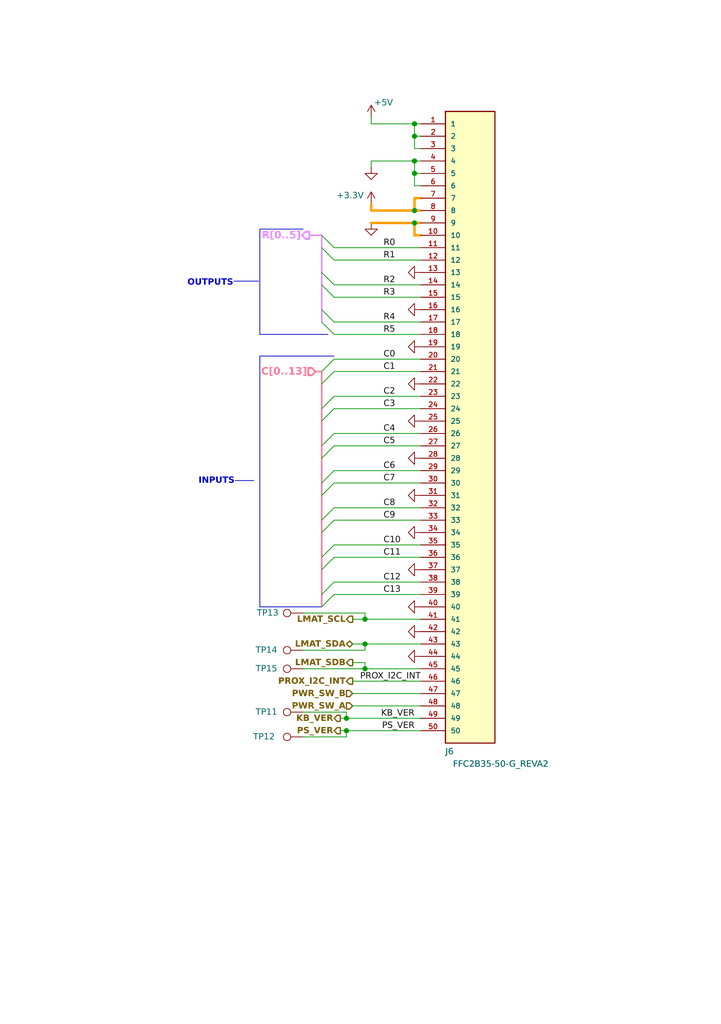
<source format=kicad_sch>
(kicad_sch (version 20231120) (generator "eeschema") (generator_version "8.0")
  (paper "A5" portrait)
  (title_block (date "2025-02-08") (rev "2") (company "Yolk Workshop") (comment 1 "Designed By K Mumba") (comment 2 "Conceptualised and Design in Zambia"))
  (lib_symbols
    (symbol "Connector:TestPoint" (pin_numbers hide) (pin_names (offset 0.762) hide)
      (property "Reference" "TP" (at 0 6.858 0))
      (property "Value" "TestPoint" (at 0 5.08 0))
      (symbol "TestPoint_0_1"
        (circle (center 0 3.302) (radius 0.762))
      )
      (symbol "TestPoint_1_1"
        (pin passive line (at 0 0 90) (length 2.54) (name "1") (number "1"))
      )
    )
    (symbol "FFC2B35-50-G_REVA2:FFC2B35-50-G_REVA2" (pin_names (offset 1.016))
      (property "Reference" "J" (at -5.08 67.31 0))
      (property "Value" "FFC2B35-50-G_REVA2" (at -5.08 -66.04 0))
      (symbol "FFC2B35-50-G_REVA2_0_0"
        (rectangle (start -5.08 -63.5) (end 5.08 66.04) (stroke (width 0.254)) (fill (type background)))
        (pin passive line (at -10.16 63.5 0) (length 5.08) (name "1") (number "1"))
        (pin passive line (at -10.16 40.64 0) (length 5.08) (name "10") (number "10"))
        (pin passive line (at -10.16 38.1 0) (length 5.08) (name "11") (number "11"))
        (pin passive line (at -10.16 35.56 0) (length 5.08) (name "12") (number "12"))
        (pin passive line (at -10.16 33.02 0) (length 5.08) (name "13") (number "13"))
        (pin passive line (at -10.16 30.48 0) (length 5.08) (name "14") (number "14"))
        (pin passive line (at -10.16 27.94 0) (length 5.08) (name "15") (number "15"))
        (pin passive line (at -10.16 25.4 0) (length 5.08) (name "16") (number "16"))
        (pin passive line (at -10.16 22.86 0) (length 5.08) (name "17") (number "17"))
        (pin passive line (at -10.16 20.32 0) (length 5.08) (name "18") (number "18"))
        (pin passive line (at -10.16 17.78 0) (length 5.08) (name "19") (number "19"))
        (pin passive line (at -10.16 60.96 0) (length 5.08) (name "2") (number "2"))
        (pin passive line (at -10.16 15.24 0) (length 5.08) (name "20") (number "20"))
        (pin passive line (at -10.16 12.7 0) (length 5.08) (name "21") (number "21"))
        (pin passive line (at -10.16 10.16 0) (length 5.08) (name "22") (number "22"))
        (pin passive line (at -10.16 7.62 0) (length 5.08) (name "23") (number "23"))
        (pin passive line (at -10.16 5.08 0) (length 5.08) (name "24") (number "24"))
        (pin passive line (at -10.16 2.54 0) (length 5.08) (name "25") (number "25"))
        (pin passive line (at -10.16 0 0) (length 5.08) (name "26") (number "26"))
        (pin passive line (at -10.16 -2.54 0) (length 5.08) (name "27") (number "27"))
        (pin passive line (at -10.16 -5.08 0) (length 5.08) (name "28") (number "28"))
        (pin passive line (at -10.16 -7.62 0) (length 5.08) (name "29") (number "29"))
        (pin passive line (at -10.16 58.42 0) (length 5.08) (name "3") (number "3"))
        (pin passive line (at -10.16 -10.16 0) (length 5.08) (name "30") (number "30"))
        (pin passive line (at -10.16 -12.7 0) (length 5.08) (name "31") (number "31"))
        (pin passive line (at -10.16 -15.24 0) (length 5.08) (name "32") (number "32"))
        (pin passive line (at -10.16 -17.78 0) (length 5.08) (name "33") (number "33"))
        (pin passive line (at -10.16 -20.32 0) (length 5.08) (name "34") (number "34"))
        (pin passive line (at -10.16 -22.86 0) (length 5.08) (name "35") (number "35"))
        (pin passive line (at -10.16 -25.4 0) (length 5.08) (name "36") (number "36"))
        (pin passive line (at -10.16 -27.94 0) (length 5.08) (name "37") (number "37"))
        (pin passive line (at -10.16 -30.48 0) (length 5.08) (name "38") (number "38"))
        (pin passive line (at -10.16 -33.02 0) (length 5.08) (name "39") (number "39"))
        (pin passive line (at -10.16 55.88 0) (length 5.08) (name "4") (number "4"))
        (pin passive line (at -10.16 -35.56 0) (length 5.08) (name "40") (number "40"))
        (pin passive line (at -10.16 -38.1 0) (length 5.08) (name "41") (number "41"))
        (pin passive line (at -10.16 -40.64 0) (length 5.08) (name "42") (number "42"))
        (pin passive line (at -10.16 -43.18 0) (length 5.08) (name "43") (number "43"))
        (pin passive line (at -10.16 -45.72 0) (length 5.08) (name "44") (number "44"))
        (pin passive line (at -10.16 -48.26 0) (length 5.08) (name "45") (number "45"))
        (pin passive line (at -10.16 -50.8 0) (length 5.08) (name "46") (number "46"))
        (pin passive line (at -10.16 -53.34 0) (length 5.08) (name "47") (number "47"))
        (pin passive line (at -10.16 -55.88 0) (length 5.08) (name "48") (number "48"))
        (pin passive line (at -10.16 -58.42 0) (length 5.08) (name "49") (number "49"))
        (pin passive line (at -10.16 53.34 0) (length 5.08) (name "5") (number "5"))
        (pin passive line (at -10.16 -60.96 0) (length 5.08) (name "50") (number "50"))
        (pin passive line (at -10.16 50.8 0) (length 5.08) (name "6") (number "6"))
        (pin passive line (at -10.16 48.26 0) (length 5.08) (name "7") (number "7"))
        (pin passive line (at -10.16 45.72 0) (length 5.08) (name "8") (number "8"))
        (pin passive line (at -10.16 43.18 0) (length 5.08) (name "9") (number "9"))
      )
    )
    (symbol "power:+3.3V" (power) (pin_numbers hide) (pin_names (offset 0) hide)
      (property "Value" "+3.3V" (at 0 3.556 0))
      (symbol "+3.3V_0_1"
        (polyline (pts (xy -0.762 1.27) (xy 0 2.54)))
        (polyline (pts (xy 0 0) (xy 0 2.54)))
        (polyline (pts (xy 0 2.54) (xy 0.762 1.27)))
      )
      (symbol "+3.3V_1_1"
        (pin power_in line (at 0 0 90) (length 0) (name "~") (number "1"))
      )
    )
    (symbol "power:+5V" (power) (pin_numbers hide) (pin_names (offset 0) hide)
      (property "Value" "+5V" (at 0 3.556 0))
      (symbol "+5V_0_1"
        (polyline (pts (xy -0.762 1.27) (xy 0 2.54)))
        (polyline (pts (xy 0 0) (xy 0 2.54)))
        (polyline (pts (xy 0 2.54) (xy 0.762 1.27)))
      )
      (symbol "+5V_1_1"
        (pin power_in line (at 0 0 90) (length 0) (name "~") (number "1"))
      )
    )
    (symbol "power:GND" (power) (pin_numbers hide) (pin_names (offset 0) hide)
      (property "Value" "GND" (at 0 -3.81 0))
      (symbol "GND_0_1"
        (polyline (pts (xy 0 0) (xy 0 -1.27) (xy 1.27 -1.27) (xy 0 -2.54) (xy -1.27 -1.27) (xy 0 -1.27)))
      )
      (symbol "GND_1_1"
        (pin power_in line (at 0 0 270) (length 0) (name "~") (number "1"))
      )
    )
  )
  (junction (at 85.09 45.72))
  (junction (at 85.09 33.02))
  (junction (at 85.09 35.56))
  (junction (at 85.09 43.18))
  (junction (at 74.93 137.16))
  (junction (at 71.12 147.32))
  (junction (at 74.93 127))
  (junction (at 85.09 27.94))
  (junction (at 71.12 149.86))
  (junction (at 74.93 132.08))
  (junction (at 85.09 25.4))
  (bus_entry (at 66.04 86.36) (size 2.54 -2.54))
  (bus_entry (at 66.04 83.82) (size 2.54 -2.54))
  (bus_entry (at 66.04 63.5) (size 2.54 2.54))
  (bus_entry (at 66.04 93.98) (size 2.54 -2.54))
  (bus_entry (at 66.04 106.68) (size 2.54 -2.54))
  (bus_entry (at 66.04 48.26) (size 2.54 2.54))
  (bus_entry (at 66.04 78.74) (size 2.54 -2.54))
  (bus_entry (at 66.04 101.6) (size 2.54 -2.54))
  (bus_entry (at 66.04 124.46) (size 2.54 -2.54))
  (bus_entry (at 66.04 55.88) (size 2.54 2.54))
  (bus_entry (at 66.04 114.3) (size 2.54 -2.54))
  (bus_entry (at 66.04 50.8) (size 2.54 2.54))
  (bus_entry (at 66.04 66.04) (size 2.54 2.54))
  (bus_entry (at 66.04 58.42) (size 2.54 2.54))
  (bus_entry (at 66.04 76.2) (size 2.54 -2.54))
  (bus_entry (at 66.04 99.06) (size 2.54 -2.54))
  (bus_entry (at 66.04 91.44) (size 2.54 -2.54))
  (bus_entry (at 66.04 116.84) (size 2.54 -2.54))
  (bus_entry (at 66.04 109.22) (size 2.54 -2.54))
  (bus_entry (at 66.04 121.92) (size 2.54 -2.54))
  (bus (pts (xy 66.04 50.8) (xy 66.04 55.88)) (stroke (width 0) (color 223 134 255 1)))
  (wire (pts (xy 62.23 151.13) (xy 71.12 151.13)))
  (bus (pts (xy 66.04 116.84) (xy 66.04 114.3)) (stroke (width 0) (color 255 114 145 1)))
  (wire (pts (xy 85.09 48.26) (xy 86.36 48.26)) (stroke (width 0.508) (color 255 153 0 1)))
  (polyline (pts (xy 53.34 73.025) (xy 68.58 73.025)))
  (bus (pts (xy 66.04 58.42) (xy 66.04 63.5)) (stroke (width 0) (color 223 134 255 1)))
  (wire (pts (xy 74.93 133.35) (xy 74.93 132.08)))
  (wire (pts (xy 68.58 60.96) (xy 86.36 60.96)))
  (polyline (pts (xy 53.34 68.58) (xy 53.34 46.99)))
  (wire (pts (xy 76.2 43.18) (xy 85.09 43.18)) (stroke (width 0.508) (color 255 153 0 1)))
  (wire (pts (xy 68.58 104.14) (xy 86.36 104.14)))
  (wire (pts (xy 68.58 91.44) (xy 86.36 91.44)))
  (bus (pts (xy 64.77 76.2) (xy 66.04 76.2)) (stroke (width 0) (color 255 114 145 1)))
  (wire (pts (xy 85.09 25.4) (xy 86.36 25.4)))
  (wire (pts (xy 85.09 45.72) (xy 86.36 45.72)) (stroke (width 0.508) (color 255 153 0 1)))
  (wire (pts (xy 76.2 24.13) (xy 76.2 25.4)))
  (wire (pts (xy 68.58 76.2) (xy 86.36 76.2)))
  (wire (pts (xy 68.58 96.52) (xy 86.36 96.52)))
  (bus (pts (xy 66.04 121.92) (xy 66.04 116.84)) (stroke (width 0) (color 255 114 145 1)))
  (wire (pts (xy 68.58 88.9) (xy 86.36 88.9)))
  (wire (pts (xy 76.2 34.29) (xy 76.2 33.02)))
  (wire (pts (xy 72.39 127) (xy 74.93 127)))
  (polyline (pts (xy 53.34 46.99) (xy 62.23 46.99)))
  (wire (pts (xy 85.09 35.56) (xy 86.36 35.56)))
  (bus (pts (xy 66.04 99.06) (xy 66.04 93.98)) (stroke (width 0) (color 255 114 145 1)))
  (bus (pts (xy 66.04 55.88) (xy 66.04 58.42)) (stroke (width 0) (color 223 134 255 1)))
  (bus (pts (xy 66.04 124.46) (xy 66.04 121.92)) (stroke (width 0) (color 255 114 145 1)))
  (wire (pts (xy 76.2 41.91) (xy 76.2 43.18)) (stroke (width 0.508) (color 255 153 0 1)))
  (wire (pts (xy 85.09 40.64) (xy 86.36 40.64)) (stroke (width 0.508) (color 255 153 0 1)))
  (wire (pts (xy 68.58 106.68) (xy 86.36 106.68)))
  (wire (pts (xy 62.23 137.16) (xy 74.93 137.16)))
  (wire (pts (xy 85.09 43.18) (xy 86.36 43.18)) (stroke (width 0.508) (color 255 153 0 1)))
  (wire (pts (xy 85.09 43.18) (xy 85.09 40.64)) (stroke (width 0.508) (color 255 153 0 1)))
  (bus (pts (xy 66.04 114.3) (xy 66.04 109.22)) (stroke (width 0) (color 255 114 145 1)))
  (wire (pts (xy 85.09 27.94) (xy 85.09 30.48)))
  (wire (pts (xy 68.58 99.06) (xy 86.36 99.06)))
  (wire (pts (xy 85.09 25.4) (xy 85.09 27.94)))
  (wire (pts (xy 69.85 149.86) (xy 71.12 149.86)))
  (wire (pts (xy 85.09 33.02) (xy 86.36 33.02)))
  (wire (pts (xy 85.09 30.48) (xy 86.36 30.48)))
  (wire (pts (xy 74.93 137.16) (xy 74.93 135.89)))
  (wire (pts (xy 72.39 132.08) (xy 74.93 132.08)))
  (wire (pts (xy 68.58 114.3) (xy 86.36 114.3)))
  (wire (pts (xy 68.58 81.28) (xy 86.36 81.28)))
  (wire (pts (xy 74.93 132.08) (xy 86.36 132.08)))
  (wire (pts (xy 71.12 146.05) (xy 71.12 147.32)))
  (polyline (pts (xy 53.34 73.025) (xy 53.34 124.46)))
  (polyline (pts (xy 53.34 124.46) (xy 66.04 124.46)))
  (polyline (pts (xy 48.006 57.658) (xy 53.086 57.658)))
  (wire (pts (xy 72.39 144.78) (xy 86.36 144.78)))
  (wire (pts (xy 72.39 139.7) (xy 86.36 139.7)))
  (bus (pts (xy 66.04 86.36) (xy 66.04 83.82)) (stroke (width 0) (color 255 114 145 1)))
  (wire (pts (xy 85.09 38.1) (xy 86.36 38.1)))
  (wire (pts (xy 85.09 33.02) (xy 85.09 35.56)))
  (wire (pts (xy 85.09 27.94) (xy 86.36 27.94)))
  (polyline (pts (xy 67.31 68.58) (xy 53.34 68.58)))
  (wire (pts (xy 85.09 35.56) (xy 85.09 38.1)))
  (bus (pts (xy 66.04 48.26) (xy 66.04 50.8)) (stroke (width 0) (color 223 134 255 1)))
  (wire (pts (xy 76.2 25.4) (xy 85.09 25.4)))
  (wire (pts (xy 68.58 53.34) (xy 86.36 53.34)))
  (bus (pts (xy 66.04 48.26) (xy 63.5 48.26)) (stroke (width 0) (color 223 134 255 1)))
  (wire (pts (xy 74.93 137.16) (xy 86.36 137.16)))
  (wire (pts (xy 68.58 83.82) (xy 86.36 83.82)))
  (wire (pts (xy 85.09 45.72) (xy 85.09 48.26)) (stroke (width 0.508) (color 255 153 0 1)))
  (polyline (pts (xy 48.26 98.552) (xy 52.07 98.552)))
  (wire (pts (xy 68.58 111.76) (xy 86.36 111.76)))
  (wire (pts (xy 71.12 149.86) (xy 86.36 149.86)))
  (bus (pts (xy 66.04 106.68) (xy 66.04 101.6)) (stroke (width 0) (color 255 114 145 1)))
  (wire (pts (xy 76.2 33.02) (xy 85.09 33.02)))
  (wire (pts (xy 62.23 133.35) (xy 74.93 133.35)))
  (wire (pts (xy 74.93 127) (xy 86.36 127)))
  (wire (pts (xy 76.2 45.72) (xy 85.09 45.72)) (stroke (width 0.508) (color 255 153 0 1)))
  (wire (pts (xy 68.58 68.58) (xy 86.36 68.58)))
  (wire (pts (xy 62.23 146.05) (xy 71.12 146.05)))
  (wire (pts (xy 69.85 147.32) (xy 71.12 147.32)))
  (wire (pts (xy 62.23 125.73) (xy 74.93 125.73)))
  (bus (pts (xy 66.04 83.82) (xy 66.04 78.74)) (stroke (width 0) (color 255 114 145 1)))
  (wire (pts (xy 68.58 73.66) (xy 86.36 73.66)))
  (bus (pts (xy 66.04 91.44) (xy 66.04 86.36)) (stroke (width 0) (color 255 114 145 1)))
  (bus (pts (xy 66.04 78.74) (xy 66.04 76.2)) (stroke (width 0) (color 255 114 145 1)))
  (wire (pts (xy 72.39 142.24) (xy 86.36 142.24)))
  (wire (pts (xy 68.58 121.92) (xy 86.36 121.92)))
  (bus (pts (xy 66.04 93.98) (xy 66.04 91.44)) (stroke (width 0) (color 255 114 145 1)))
  (wire (pts (xy 71.12 147.32) (xy 86.36 147.32)))
  (wire (pts (xy 68.58 50.8) (xy 86.36 50.8)))
  (bus (pts (xy 66.04 101.6) (xy 66.04 99.06)) (stroke (width 0) (color 255 114 145 1)))
  (wire (pts (xy 71.12 151.13) (xy 71.12 149.86)))
  (wire (pts (xy 74.93 125.73) (xy 74.93 127)))
  (bus (pts (xy 66.04 109.22) (xy 66.04 106.68)) (stroke (width 0) (color 255 114 145 1)))
  (bus (pts (xy 66.04 63.5) (xy 66.04 66.04)) (stroke (width 0) (color 223 134 255 1)))
  (wire (pts (xy 68.58 119.38) (xy 86.36 119.38)))
  (wire (pts (xy 72.39 135.89) (xy 74.93 135.89)))
  (wire (pts (xy 68.58 66.04) (xy 86.36 66.04)))
  (wire (pts (xy 68.58 58.42) (xy 86.36 58.42)))
  (text "OUTPUTS" (at 43.18 58.42 0) (effects (font (size 1.27 1.27) (bold yes))))
  (text "INPUTS" (at 44.45 99.06 0) (effects (font (size 1.27 1.27) (bold yes))))
  (label "R5" (at 78.74 68.58 0))
  (label "C12" (at 78.74 119.38 0))
  (label "C6" (at 78.74 96.52 0))
  (label "PS_VER" (at 85.09 149.86 180))
  (label "C10" (at 78.74 111.76 0))
  (label "C7" (at 78.74 99.06 0))
  (label "PROX_I2C_INT" (at 86.36 139.7 180))
  (label "R4" (at 78.74 66.04 0))
  (label "R0" (at 78.74 50.8 0))
  (label "R1" (at 78.74 53.34 0))
  (label "C0" (at 78.74 73.66 0))
  (label "C4" (at 78.74 88.9 0))
  (label "C5" (at 78.74 91.44 0))
  (label "C9" (at 78.74 106.68 0))
  (label "C13" (at 78.74 121.92 0))
  (label "R3" (at 78.74 60.96 0))
  (label "C11" (at 78.74 114.3 0))
  (label "R2" (at 78.74 58.42 0))
  (label "C3" (at 78.74 83.82 0))
  (label "C2" (at 78.74 81.28 0))
  (label "KB_VER" (at 85.09 147.32 180))
  (label "C1" (at 78.74 76.2 0))
  (label "C8" (at 78.74 104.14 0))
  (hierarchical_label "PROX_I2C_INT" (shape output) (at 72.39 139.7 180) (effects (font (bold yes))))
  (hierarchical_label "LMAT_SCL" (shape output) (at 72.39 127 180) (effects (font (bold yes))))
  (hierarchical_label "C[0..13]" (shape input) (at 64.77 76.2 180) (effects (font (size 1.5 1.5) (thickness 0.508) (bold yes))))
  (hierarchical_label "LMAT_SDA" (shape bidirectional) (at 72.39 132.08 180) (effects (font (bold yes))))
  (hierarchical_label "PS_VER" (shape output) (at 69.85 149.86 180) (effects (font (bold yes))))
  (hierarchical_label "PWR_SW_B" (shape input) (at 72.39 142.24 180) (effects (font (bold yes))))
  (hierarchical_label "R[0..5]" (shape output) (at 63.5 48.26 180) (effects (font (size 1.5 1.5) (thickness 0.508) (bold yes))))
  (hierarchical_label "PWR_SW_A" (shape input) (at 72.39 144.78 180) (effects (font (bold yes))))
  (hierarchical_label "LMAT_SDB" (shape output) (at 72.39 135.89 180) (effects (font (bold yes))))
  (hierarchical_label "KB_VER" (shape output) (at 69.85 147.32 180) (effects (font (bold yes))))
  (symbol (lib_id "power:GND") (at 86.36 134.62 270) (unit 1)
    (property "Reference" "#PWR050" (effects (hide yes)))
    (property "Value" "GND" (effects (hide yes)))
    (property "Description" "Power symbol creates a global label with name \"GND\" , ground" (effects (hide yes)))
  )
  (symbol (lib_id "Connector:TestPoint") (at 62.23 125.73 90) (unit 1)
    (property "Reference" "TP13" (at 57.15 125.73 90) (effects (justify left)))
    (property "Value" "TestPoint" (effects (hide yes)))
    (property "Footprint" "TestPoint:TestPoint_Pad_D1.0mm" (effects (hide yes)))
    (property "Description" "test point" (effects (hide yes)))
  )
  (symbol (lib_id "Connector:TestPoint") (at 62.23 151.13 90) (unit 1)
    (property "Reference" "TP12" (at 56.388 151.13 90) (effects (justify left)))
    (property "Value" "TestPoint" (effects (hide yes)))
    (property "Footprint" "TestPoint:TestPoint_Pad_D1.0mm" (effects (hide yes)))
    (property "Description" "test point" (effects (hide yes)))
  )
  (symbol (lib_id "power:GND") (at 86.36 63.5 270) (unit 1)
    (property "Reference" "#PWR086" (effects (hide yes)))
    (property "Value" "GND" (effects (hide yes)))
    (property "Description" "Power symbol creates a global label with name \"GND\" , ground" (effects (hide yes)))
  )
  (symbol (lib_id "power:GND") (at 86.36 124.46 270) (unit 1)
    (property "Reference" "#PWR094" (effects (hide yes)))
    (property "Value" "GND" (effects (hide yes)))
    (property "Description" "Power symbol creates a global label with name \"GND\" , ground" (effects (hide yes)))
  )
  (symbol (lib_id "power:GND") (at 86.36 55.88 270) (unit 1)
    (property "Reference" "#PWR085" (effects (hide yes)))
    (property "Value" "GND" (effects (hide yes)))
    (property "Description" "Power symbol creates a global label with name \"GND\" , ground" (effects (hide yes)))
  )
  (symbol (lib_id "Connector:TestPoint") (at 62.23 133.35 90) (unit 1)
    (property "Reference" "TP14" (at 56.896 133.35 90) (effects (justify left)))
    (property "Value" "TestPoint" (effects (hide yes)))
    (property "Footprint" "TestPoint:TestPoint_Pad_D1.0mm" (effects (hide yes)))
    (property "Description" "test point" (effects (hide yes)))
  )
  (symbol (lib_id "Connector:TestPoint") (at 62.23 137.16 90) (unit 1)
    (property "Reference" "TP15" (at 56.896 137.16 90) (effects (justify left)))
    (property "Value" "TestPoint" (effects (hide yes)))
    (property "Footprint" "TestPoint:TestPoint_Pad_D1.0mm" (effects (hide yes)))
    (property "Description" "test point" (effects (hide yes)))
  )
  (symbol (lib_id "power:GND") (at 86.36 129.54 270) (unit 1)
    (property "Reference" "#PWR095" (effects (hide yes)))
    (property "Value" "GND" (effects (hide yes)))
    (property "Description" "Power symbol creates a global label with name \"GND\" , ground" (effects (hide yes)))
  )
  (symbol (lib_id "power:+3.3V") (at 76.2 41.91 0) (unit 1)
    (property "Reference" "#PWR083" (effects (hide yes)))
    (property "Value" "+3.3V" (at 71.882 40.132 0))
    (property "Description" "Power symbol creates a global label with name \"+3.3V\"" (effects (hide yes)))
  )
  (symbol (lib_id "power:GND") (at 86.36 86.36 270) (unit 1)
    (property "Reference" "#PWR089" (effects (hide yes)))
    (property "Value" "GND" (effects (hide yes)))
    (property "Description" "Power symbol creates a global label with name \"GND\" , ground" (effects (hide yes)))
  )
  (symbol (lib_id "power:GND") (at 86.36 78.74 270) (unit 1)
    (property "Reference" "#PWR088" (effects (hide yes)))
    (property "Value" "GND" (effects (hide yes)))
    (property "Description" "Power symbol creates a global label with name \"GND\" , ground" (effects (hide yes)))
  )
  (symbol (lib_id "power:GND") (at 76.2 45.72 0) (unit 1)
    (property "Reference" "#PWR084" (effects (hide yes)))
    (property "Value" "GND" (effects (hide yes)))
    (property "Description" "Power symbol creates a global label with name \"GND\" , ground" (effects (hide yes)))
  )
  (symbol (lib_id "power:GND") (at 86.36 93.98 270) (unit 1)
    (property "Reference" "#PWR090" (effects (hide yes)))
    (property "Value" "GND" (effects (hide yes)))
    (property "Description" "Power symbol creates a global label with name \"GND\" , ground" (effects (hide yes)))
  )
  (symbol (lib_id "power:GND") (at 86.36 109.22 270) (unit 1)
    (property "Reference" "#PWR092" (effects (hide yes)))
    (property "Value" "GND" (effects (hide yes)))
    (property "Description" "Power symbol creates a global label with name \"GND\" , ground" (effects (hide yes)))
  )
  (symbol (lib_id "power:GND") (at 86.36 71.12 270) (unit 1)
    (property "Reference" "#PWR087" (effects (hide yes)))
    (property "Value" "GND" (effects (hide yes)))
    (property "Description" "Power symbol creates a global label with name \"GND\" , ground" (effects (hide yes)))
  )
  (symbol (lib_id "power:GND") (at 76.2 34.29 0) (unit 1)
    (property "Reference" "#PWR082" (effects (hide yes)))
    (property "Value" "GND" (effects (hide yes)))
    (property "Description" "Power symbol creates a global label with name \"GND\" , ground" (effects (hide yes)))
  )
  (symbol (lib_id "power:GND") (at 86.36 116.84 270) (unit 1)
    (property "Reference" "#PWR093" (effects (hide yes)))
    (property "Value" "GND" (effects (hide yes)))
    (property "Description" "Power symbol creates a global label with name \"GND\" , ground" (effects (hide yes)))
  )
  (symbol (lib_id "power:GND") (at 86.36 101.6 270) (unit 1)
    (property "Reference" "#PWR091" (effects (hide yes)))
    (property "Value" "GND" (effects (hide yes)))
    (property "Description" "Power symbol creates a global label with name \"GND\" , ground" (effects (hide yes)))
  )
  (symbol (lib_id "FFC2B35-50-G_REVA2:FFC2B35-50-G_REVA2") (at 96.52 88.9 0) (unit 1)
    (property "Reference" "J6" (at 91.44 154.178 0) (effects (justify left)))
    (property "Value" "FFC2B35-50-G_REVA2" (at 91.694 156.718 0) (effects (justify left)))
    (property "Footprint" "picostroke:GCT_FFC2B35-50-G_REVA2" (effects (hide yes)))
    (property "MF" "Global Connector Technology" (effects (hide yes)))
    (property "MAXIMUM_PACKAGE_HEIGHT" "2 mm" (effects (hide yes)))
    (property "Package" "None" (effects (hide yes)))
    (property "Price" "None" (effects (hide yes)))
    (property "Check_prices" "https://www.snapeda.com/parts/FFC2B35-50-G/Global+Connector+Technology/view-part/?ref=eda" (effects (hide yes)))
    (property "STANDARD" "Manufacturer Recommendations" (effects (hide yes)))
    (property "PARTREV" "A2" (effects (hide yes)))
    (property "SnapEDA_Link" "https://www.snapeda.com/parts/FFC2B35-50-G/Global+Connector+Technology/view-part/?ref=snap" (effects (hide yes)))
    (property "MP" "FFC2B35-50-G" (effects (hide yes)))
    (property "Purchase-URL" "https://www.snapeda.com/api/url_track_click_mouser/?unipart_id=6577129&manufacturer=Global Connector Technology&part_name=FFC2B35-50-G&search_term= ffc2b35-50-g" (effects (hide yes)))
    (property "Description_1" "\n0.5mm Side entry Flat Flexible Cable Connector\n" (effects (hide yes)))
    (property "Availability" "In Stock" (effects (hide yes)))
    (property "MANUFACTURER" "GCT" (effects (hide yes)))
  )
  (symbol (lib_id "Connector:TestPoint") (at 62.23 146.05 90) (unit 1)
    (property "Reference" "TP11" (at 56.896 146.05 90) (effects (justify left)))
    (property "Value" "TestPoint" (effects (hide yes)))
    (property "Footprint" "TestPoint:TestPoint_Pad_D1.0mm" (effects (hide yes)))
    (property "Description" "test point" (effects (hide yes)))
  )
  (symbol (lib_id "power:+5V") (at 76.2 24.13 0) (unit 1)
    (property "Reference" "#PWR081" (effects (hide yes)))
    (property "Value" "+5V" (at 78.74 21.082 0))
    (property "Description" "Power symbol creates a global label with name \"+5V\"" (effects (hide yes)))
  )
)
</source>
